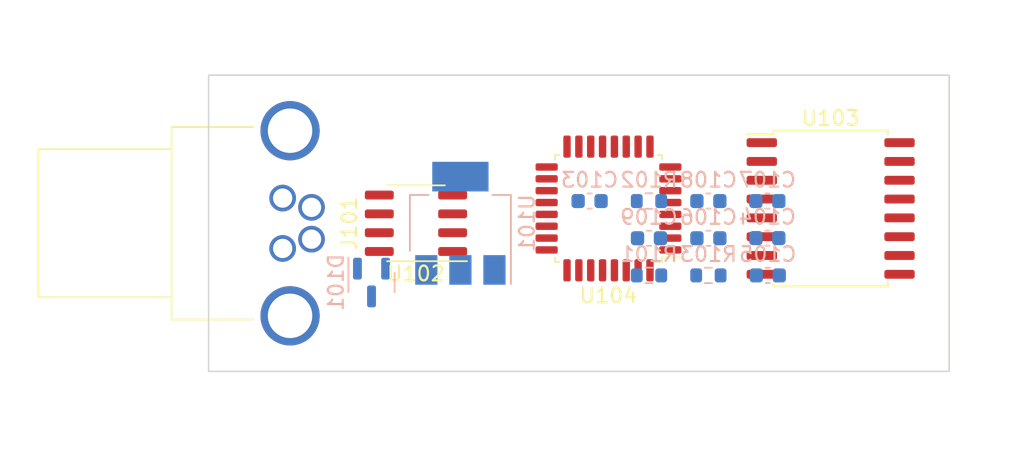
<source format=kicad_pcb>
(kicad_pcb (version 20221018) (generator pcbnew)
  (layers (0 "F.Cu" signal) (31 "B.Cu" signal) (34 "B.Paste" user) (35 "F.Paste" user) (36 "B.SilkS" user "B.Silkscreen") (37 "F.SilkS" user "F.Silkscreen") (38 "B.Mask" user) (39 "F.Mask" user) (44 "Edge.Cuts" user))
  (net 0 "")
  (net 1 "Net-(D101-Pad1)")
  (net 2 "+12V")
  (net 3 "CAN_H")
  (net 4 "GND")
  (net 5 "CAN_L")
  (net 6 "+3V3")
  (net 7 "NRST")
  (net 8 "+5V")
  (net 9 "SCL")
  (net 10 "SDA")
  (net 11 "CAN_Tx")
  (net 12 "CAN_Rx")
  (net 19 "SWDIO")
  (net 24 "SWCLK")
  (footprint "Package_QFP:LQFP-32_7x7mm_P0.8mm" (layer "F.Cu") (at 127 69 180)
    (fp_text reference "U104" (at 0 -5.88) (layer "F.SilkS"))
    (fp_text value "STM32F042K6Tx")
    (fp_line (start -3.61 -3.61) (end -3.61 -3.31) (stroke (width 0.12)) (layer "F.SilkS"))
    (fp_line (start -3.61 -3.31) (end -4.925 -3.31) (stroke (width 0.12)) (layer "F.SilkS"))
    (fp_line (start -3.61 3.61) (end -3.61 3.31) (stroke (width 0.12)) (layer "F.SilkS"))
    (fp_line (start -3.31 -3.61) (end -3.61 -3.61) (stroke (width 0.12)) (layer "F.SilkS"))
    (fp_line (start -3.31 3.61) (end -3.61 3.61) (stroke (width 0.12)) (layer "F.SilkS"))
    (fp_line (start 3.31 -3.61) (end 3.61 -3.61) (stroke (width 0.12)) (layer "F.SilkS"))
    (fp_line (start 3.31 3.61) (end 3.61 3.61) (stroke (width 0.12)) (layer "F.SilkS"))
    (fp_line (start 3.61 -3.61) (end 3.61 -3.31) (stroke (width 0.12)) (layer "F.SilkS"))
    (fp_line (start 3.61 3.61) (end 3.61 3.31) (stroke (width 0.12)) (layer "F.SilkS"))
    (pad "1" smd roundrect (at -4.175 -2.8 180) (size 1.5 0.5) (layers "F.Cu" "F.Paste" "F.Mask") (net 6 "+3V3"))
    (pad "2" smd roundrect (at -4.175 -2 180) (size 1.5 0.5) (layers "F.Cu" "F.Paste" "F.Mask") (net 10 "SDA"))
    (pad "3" smd roundrect (at -4.175 -1.2 180) (size 1.5 0.5) (layers "F.Cu" "F.Paste" "F.Mask") (net 9 "SCL"))
    (pad "4" smd roundrect (at -4.175 -0.4 180) (size 1.5 0.5) (layers "F.Cu" "F.Paste" "F.Mask") (net 7 "NRST"))
    (pad "5" smd roundrect (at -4.175 0.4 180) (size 1.5 0.5) (layers "F.Cu" "F.Paste" "F.Mask") (net 6 "+3V3"))
    (pad "6" smd roundrect (at -4.175 1.2 180) (size 1.5 0.5) (layers "F.Cu" "F.Paste" "F.Mask"))
    (pad "7" smd roundrect (at -4.175 2 180) (size 1.5 0.5) (layers "F.Cu" "F.Paste" "F.Mask"))
    (pad "8" smd roundrect (at -4.175 2.8 180) (size 1.5 0.5) (layers "F.Cu" "F.Paste" "F.Mask"))
    (pad "9" smd roundrect (at -2.8 4.175 180) (size 0.5 1.5) (layers "F.Cu" "F.Paste" "F.Mask"))
    (pad "10" smd roundrect (at -2 4.175 180) (size 0.5 1.5) (layers "F.Cu" "F.Paste" "F.Mask"))
    (pad "11" smd roundrect (at -1.2 4.175 180) (size 0.5 1.5) (layers "F.Cu" "F.Paste" "F.Mask"))
    (pad "12" smd roundrect (at -0.4 4.175 180) (size 0.5 1.5) (layers "F.Cu" "F.Paste" "F.Mask"))
    (pad "13" smd roundrect (at 0.4 4.175 180) (size 0.5 1.5) (layers "F.Cu" "F.Paste" "F.Mask"))
    (pad "14" smd roundrect (at 1.2 4.175 180) (size 0.5 1.5) (layers "F.Cu" "F.Paste" "F.Mask"))
    (pad "15" smd roundrect (at 2 4.175 180) (size 0.5 1.5) (layers "F.Cu" "F.Paste" "F.Mask"))
    (pad "16" smd roundrect (at 2.8 4.175 180) (size 0.5 1.5) (layers "F.Cu" "F.Paste" "F.Mask") (net 4 "GND"))
    (pad "17" smd roundrect (at 4.175 2.8 180) (size 1.5 0.5) (layers "F.Cu" "F.Paste" "F.Mask") (net 6 "+3V3"))
    (pad "18" smd roundrect (at 4.175 2 180) (size 1.5 0.5) (layers "F.Cu" "F.Paste" "F.Mask"))
    (pad "19" smd roundrect (at 4.175 1.2 180) (size 1.5 0.5) (layers "F.Cu" "F.Paste" "F.Mask"))
    (pad "20" smd roundrect (at 4.175 0.4 180) (size 1.5 0.5) (layers "F.Cu" "F.Paste" "F.Mask"))
    (pad "21" smd roundrect (at 4.175 -0.4 180) (size 1.5 0.5) (layers "F.Cu" "F.Paste" "F.Mask") (net 12 "CAN_Rx"))
    (pad "22" smd roundrect (at 4.175 -1.2 180) (size 1.5 0.5) (layers "F.Cu" "F.Paste" "F.Mask") (net 11 "CAN_Tx"))
    (pad "23" smd roundrect (at 4.175 -2 180) (size 1.5 0.5) (layers "F.Cu" "F.Paste" "F.Mask") (net 19 "SWDIO"))
    (pad "24" smd roundrect (at 4.175 -2.8 180) (size 1.5 0.5) (layers "F.Cu" "F.Paste" "F.Mask") (net 24 "SWCLK"))
    (pad "25" smd roundrect (at 2.8 -4.175 180) (size 0.5 1.5) (layers "F.Cu" "F.Paste" "F.Mask"))
    (pad "26" smd roundrect (at 2 -4.175 180) (size 0.5 1.5) (layers "F.Cu" "F.Paste" "F.Mask"))
    (pad "27" smd roundrect (at 1.2 -4.175 180) (size 0.5 1.5) (layers "F.Cu" "F.Paste" "F.Mask"))
    (pad "28" smd roundrect (at 0.4 -4.175 180) (size 0.5 1.5) (layers "F.Cu" "F.Paste" "F.Mask"))
    (pad "29" smd roundrect (at -0.4 -4.175 180) (size 0.5 1.5) (layers "F.Cu" "F.Paste" "F.Mask"))
    (pad "30" smd roundrect (at -1.2 -4.175 180) (size 0.5 1.5) (layers "F.Cu" "F.Paste" "F.Mask"))
    (pad "31" smd roundrect (at -2 -4.175 180) (size 0.5 1.5) (layers "F.Cu" "F.Paste" "F.Mask"))
    (pad "32" smd roundrect (at -2.8 -4.175 180) (size 0.5 1.5) (layers "F.Cu" "F.Paste" "F.Mask") (net 4 "GND"))
  )
  (footprint "Package_SO:SOIC-8_3.9x4.9mm_P1.27mm" (layer "F.Cu") (at 114 70 180)
    (fp_text reference "U102" (at 0 -3.4) (layer "F.SilkS"))
    (fp_text value "TLE9351VSJ")
    (fp_line (start 0 -2.56) (end -3.45 -2.56) (stroke (width 0.12)) (layer "F.SilkS"))
    (fp_line (start 0 -2.56) (end 1.95 -2.56) (stroke (width 0.12)) (layer "F.SilkS"))
    (fp_line (start 0 2.56) (end -1.95 2.56) (stroke (width 0.12)) (layer "F.SilkS"))
    (fp_line (start 0 2.56) (end 1.95 2.56) (stroke (width 0.12)) (layer "F.SilkS"))
    (pad "1" smd roundrect (at -2.475 -1.905 180) (size 1.95 0.6) (layers "F.Cu" "F.Paste" "F.Mask") (net 11 "CAN_Tx"))
    (pad "2" smd roundrect (at -2.475 -0.635 180) (size 1.95 0.6) (layers "F.Cu" "F.Paste" "F.Mask") (net 4 "GND"))
    (pad "3" smd roundrect (at -2.475 0.635 180) (size 1.95 0.6) (layers "F.Cu" "F.Paste" "F.Mask") (net 8 "+5V"))
    (pad "4" smd roundrect (at -2.475 1.905 180) (size 1.95 0.6) (layers "F.Cu" "F.Paste" "F.Mask") (net 12 "CAN_Rx"))
    (pad "5" smd roundrect (at 2.475 1.905 180) (size 1.95 0.6) (layers "F.Cu" "F.Paste" "F.Mask") (net 6 "+3V3"))
    (pad "6" smd roundrect (at 2.475 0.635 180) (size 1.95 0.6) (layers "F.Cu" "F.Paste" "F.Mask") (net 5 "CAN_L"))
    (pad "7" smd roundrect (at 2.475 -0.635 180) (size 1.95 0.6) (layers "F.Cu" "F.Paste" "F.Mask") (net 3 "CAN_H"))
    (pad "8" smd roundrect (at 2.475 -1.905 180) (size 1.95 0.6) (layers "F.Cu" "F.Paste" "F.Mask") (net 4 "GND"))
  )
  (footprint "SSU_parts:SM7000_SOIC-16" (layer "F.Cu") (at 142 69)
    (fp_text reference "U103" (at 0 -6.1) (layer "F.SilkS"))
    (fp_text value "SM7331")
    (fp_line (start -3.86 -5.26) (end -3.86 -5.005) (stroke (width 0.12)) (layer "F.SilkS"))
    (fp_line (start -3.86 -5.005) (end -5.675 -5.005) (stroke (width 0.12)) (layer "F.SilkS"))
    (fp_line (start -3.86 5.26) (end -3.86 5.005) (stroke (width 0.12)) (layer "F.SilkS"))
    (fp_line (start 0 -5.26) (end -3.86 -5.26) (stroke (width 0.12)) (layer "F.SilkS"))
    (fp_line (start 0 -5.26) (end 3.86 -5.26) (stroke (width 0.12)) (layer "F.SilkS"))
    (fp_line (start 0 5.26) (end -3.86 5.26) (stroke (width 0.12)) (layer "F.SilkS"))
    (fp_line (start 0 5.26) (end 3.86 5.26) (stroke (width 0.12)) (layer "F.SilkS"))
    (fp_line (start 3.86 -5.26) (end 3.86 -5.005) (stroke (width 0.12)) (layer "F.SilkS"))
    (fp_line (start 3.86 5.26) (end 3.86 5.005) (stroke (width 0.12)) (layer "F.SilkS"))
    (pad "1" smd roundrect (at -4.65 -4.445) (size 2.05 0.6) (layers "F.Cu" "F.Paste" "F.Mask"))
    (pad "2" smd roundrect (at -4.65 -3.175) (size 2.05 0.6) (layers "F.Cu" "F.Paste" "F.Mask"))
    (pad "3" smd roundrect (at -4.65 -1.905) (size 2.05 0.6) (layers "F.Cu" "F.Paste" "F.Mask"))
    (pad "4" smd roundrect (at -4.65 -0.635) (size 2.05 0.6) (layers "F.Cu" "F.Paste" "F.Mask") (net 4 "GND"))
    (pad "5" smd roundrect (at -4.65 0.635) (size 2.05 0.6) (layers "F.Cu" "F.Paste" "F.Mask") (net 6 "+3V3"))
    (pad "6" smd roundrect (at -4.65 1.905) (size 2.05 0.6) (layers "F.Cu" "F.Paste" "F.Mask"))
    (pad "7" smd roundrect (at -4.65 3.175) (size 2.05 0.6) (layers "F.Cu" "F.Paste" "F.Mask"))
    (pad "8" smd roundrect (at -4.65 4.445) (size 2.05 0.6) (layers "F.Cu" "F.Paste" "F.Mask"))
    (pad "9" smd roundrect (at 4.65 4.445) (size 2.05 0.6) (layers "F.Cu" "F.Paste" "F.Mask"))
    (pad "10" smd roundrect (at 4.65 3.175) (size 2.05 0.6) (layers "F.Cu" "F.Paste" "F.Mask") (net 10 "SDA"))
    (pad "11" smd roundrect (at 4.65 1.905) (size 2.05 0.6) (layers "F.Cu" "F.Paste" "F.Mask") (net 9 "SCL"))
    (pad "12" smd roundrect (at 4.65 0.635) (size 2.05 0.6) (layers "F.Cu" "F.Paste" "F.Mask"))
    (pad "13" smd roundrect (at 4.65 -0.635) (size 2.05 0.6) (layers "F.Cu" "F.Paste" "F.Mask"))
    (pad "14" smd roundrect (at 4.65 -1.905) (size 2.05 0.6) (layers "F.Cu" "F.Paste" "F.Mask"))
    (pad "15" smd roundrect (at 4.65 -3.175) (size 2.05 0.6) (layers "F.Cu" "F.Paste" "F.Mask"))
    (pad "16" smd roundrect (at 4.65 -4.445) (size 2.05 0.6) (layers "F.Cu" "F.Paste" "F.Mask"))
  )
  (footprint "FaSTTUBe_connectors:M8_718_4pin_horizontal" (layer "F.Cu") (at 105 70 -90)
    (fp_text reference "J101" (at 0 -4.5 90) (layer "F.SilkS"))
    (fp_text value "M8_4pin_horizontal")
    (fp_line (start -6.5 7.5) (end -6.5 2) (stroke (width 0.12)) (layer "F.SilkS"))
    (fp_line (start -5 16.5) (end -5 7.5) (stroke (width 0.12)) (layer "F.SilkS"))
    (fp_line (start 5 7.5) (end 5 16.5) (stroke (width 0.12)) (layer "F.SilkS"))
    (fp_line (start 5 16.5) (end -5 16.5) (stroke (width 0.12)) (layer "F.SilkS"))
    (fp_line (start 6.5 2) (end 6.5 7.5) (stroke (width 0.12)) (layer "F.SilkS"))
    (fp_line (start 6.5 7.5) (end -6.5 7.5) (stroke (width 0.12)) (layer "F.SilkS"))
    (pad "1" thru_hole circle (at 1.7 0 270) (size 1.8 1.8) (drill 1.3) (layers "*.Cu" "*.Mask") (net 1 "Net-(D101-Pad1)"))
    (pad "2" thru_hole circle (at 1.075 -1.95 270) (size 1.8 1.8) (drill 1.3) (layers "*.Cu" "*.Mask") (net 3 "CAN_H"))
    (pad "3" thru_hole circle (at -1.7 0 270) (size 1.8 1.8) (drill 1.3) (layers "*.Cu" "*.Mask") (net 4 "GND"))
    (pad "4" thru_hole circle (at -1.075 -1.95 270) (size 1.8 1.8) (drill 1.3) (layers "*.Cu" "*.Mask") (net 5 "CAN_L"))
    (pad "5" thru_hole circle (at -6.25 -0.5 270) (size 4 4) (drill 3) (layers "*.Cu" "*.Mask") (net 4 "GND"))
    (pad "5" thru_hole circle (at 6.25 -0.5 270) (size 4 4) (drill 3) (layers "*.Cu" "*.Mask") (net 4 "GND"))
  )
  (footprint "Capacitor_SMD:C_0603_1608Metric" (layer "B.Cu") (at 133.745 71.01 180)
    (fp_text reference "C106" (at 0 1.43) (layer "B.SilkS") (effects (justify mirror)))
    (fp_text value "100nF")
    (fp_line (start -0.14058 -0.51) (end 0.14058 -0.51) (stroke (width 0.12)) (layer "B.SilkS"))
    (fp_line (start -0.14058 0.51) (end 0.14058 0.51) (stroke (width 0.12)) (layer "B.SilkS"))
    (pad "1" smd roundrect (at -0.775 0 180) (size 0.9 0.95) (layers "B.Cu" "B.Paste" "B.Mask") (net 6 "+3V3"))
    (pad "2" smd roundrect (at 0.775 0 180) (size 0.9 0.95) (layers "B.Cu" "B.Paste" "B.Mask") (net 4 "GND"))
  )
  (footprint "Package_TO_SOT_SMD:SOT-23" (layer "B.Cu") (at 111 74 -90)
    (fp_text reference "D101" (at 0 2.4 90) (layer "B.SilkS") (effects (justify mirror)))
    (fp_text value "BAT54S")
    (fp_line (start 0 -1.56) (end -0.65 -1.56) (stroke (width 0.12)) (layer "B.SilkS"))
    (fp_line (start 0 -1.56) (end 0.65 -1.56) (stroke (width 0.12)) (layer "B.SilkS"))
    (fp_line (start 0 1.56) (end -1.675 1.56) (stroke (width 0.12)) (layer "B.SilkS"))
    (fp_line (start 0 1.56) (end 0.65 1.56) (stroke (width 0.12)) (layer "B.SilkS"))
    (pad "1" smd roundrect (at -0.9375 0.95 270) (size 1.475 0.6) (layers "B.Cu" "B.Paste" "B.Mask") (net 1 "Net-(D101-Pad1)"))
    (pad "2" smd roundrect (at -0.9375 -0.95 270) (size 1.475 0.6) (layers "B.Cu" "B.Paste" "B.Mask") (net 2 "+12V"))
    (pad "3" smd roundrect (at 0.9375 0 270) (size 1.475 0.6) (layers "B.Cu" "B.Paste" "B.Mask") (net 2 "+12V"))
  )
  (footprint "Capacitor_SMD:C_0603_1608Metric" (layer "B.Cu") (at 137.725 68.5 180)
    (fp_text reference "C107" (at 0 1.43) (layer "B.SilkS") (effects (justify mirror)))
    (fp_text value "100nF")
    (fp_line (start -0.14058 -0.51) (end 0.14058 -0.51) (stroke (width 0.12)) (layer "B.SilkS"))
    (fp_line (start -0.14058 0.51) (end 0.14058 0.51) (stroke (width 0.12)) (layer "B.SilkS"))
    (pad "1" smd roundrect (at -0.775 0 180) (size 0.9 0.95) (layers "B.Cu" "B.Paste" "B.Mask") (net 6 "+3V3"))
    (pad "2" smd roundrect (at 0.775 0 180) (size 0.9 0.95) (layers "B.Cu" "B.Paste" "B.Mask") (net 4 "GND"))
  )
  (footprint "Capacitor_SMD:C_0603_1608Metric" (layer "B.Cu") (at 137.755 73.52 180)
    (fp_text reference "C105" (at 0 1.43) (layer "B.SilkS") (effects (justify mirror)))
    (fp_text value "100nF")
    (fp_line (start -0.14058 -0.51) (end 0.14058 -0.51) (stroke (width 0.12)) (layer "B.SilkS"))
    (fp_line (start -0.14058 0.51) (end 0.14058 0.51) (stroke (width 0.12)) (layer "B.SilkS"))
    (pad "1" smd roundrect (at -0.775 0 180) (size 0.9 0.95) (layers "B.Cu" "B.Paste" "B.Mask") (net 6 "+3V3"))
    (pad "2" smd roundrect (at 0.775 0 180) (size 0.9 0.95) (layers "B.Cu" "B.Paste" "B.Mask") (net 4 "GND"))
  )
  (footprint "Capacitor_SMD:C_0603_1608Metric" (layer "B.Cu") (at 129.735 71.01 180)
    (fp_text reference "C109" (at 0 1.43) (layer "B.SilkS") (effects (justify mirror)))
    (fp_text value "100nF")
    (fp_line (start -0.14058 -0.51) (end 0.14058 -0.51) (stroke (width 0.12)) (layer "B.SilkS"))
    (fp_line (start -0.14058 0.51) (end 0.14058 0.51) (stroke (width 0.12)) (layer "B.SilkS"))
    (pad "1" smd roundrect (at -0.775 0 180) (size 0.9 0.95) (layers "B.Cu" "B.Paste" "B.Mask") (net 8 "+5V"))
    (pad "2" smd roundrect (at 0.775 0 180) (size 0.9 0.95) (layers "B.Cu" "B.Paste" "B.Mask") (net 4 "GND"))
  )
  (footprint "Capacitor_SMD:C_0603_1608Metric" (layer "B.Cu") (at 137.725 71 180)
    (fp_text reference "C104" (at 0 1.43) (layer "B.SilkS") (effects (justify mirror)))
    (fp_text value "100nF")
    (fp_line (start -0.14058 -0.51) (end 0.14058 -0.51) (stroke (width 0.12)) (layer "B.SilkS"))
    (fp_line (start -0.14058 0.51) (end 0.14058 0.51) (stroke (width 0.12)) (layer "B.SilkS"))
    (pad "1" smd roundrect (at -0.775 0 180) (size 0.9 0.95) (layers "B.Cu" "B.Paste" "B.Mask") (net 6 "+3V3"))
    (pad "2" smd roundrect (at 0.775 0 180) (size 0.9 0.95) (layers "B.Cu" "B.Paste" "B.Mask") (net 4 "GND"))
  )
  (footprint "Resistor_SMD:R_0603_1608Metric" (layer "B.Cu") (at 133.745 73.52 180)
    (fp_text reference "R103" (at 0 1.43) (layer "B.SilkS") (effects (justify mirror)))
    (fp_text value "10k")
    (fp_line (start -0.237258 -0.5225) (end 0.237258 -0.5225) (stroke (width 0.12)) (layer "B.SilkS"))
    (fp_line (start -0.237258 0.5225) (end 0.237258 0.5225) (stroke (width 0.12)) (layer "B.SilkS"))
    (pad "1" smd roundrect (at -0.825 0 180) (size 0.8 0.95) (layers "B.Cu" "B.Paste" "B.Mask") (net 6 "+3V3"))
    (pad "2" smd roundrect (at 0.825 0 180) (size 0.8 0.95) (layers "B.Cu" "B.Paste" "B.Mask") (net 10 "SDA"))
  )
  (footprint "Package_TO_SOT_SMD:SOT-223-3_TabPin2" (layer "B.Cu") (at 117 70 90)
    (fp_text reference "U101" (at 0 4.5 90) (layer "B.SilkS") (effects (justify mirror)))
    (fp_text value "AP1117-33")
    (fp_line (start -4.1 3.41) (end 1.91 3.41) (stroke (width 0.12)) (layer "B.SilkS"))
    (fp_line (start -1.85 -3.41) (end 1.91 -3.41) (stroke (width 0.12)) (layer "B.SilkS"))
    (fp_line (start 1.91 -3.41) (end 1.91 -2.15) (stroke (width 0.12)) (layer "B.SilkS"))
    (fp_line (start 1.91 3.41) (end 1.91 2.15) (stroke (width 0.12)) (layer "B.SilkS"))
    (pad "1" smd rect (at -3.15 2.3 90) (size 2 1.5) (layers "B.Cu" "B.Paste" "B.Mask") (net 4 "GND"))
    (pad "2" smd rect (at -3.15 0 90) (size 2 1.5) (layers "B.Cu" "B.Paste" "B.Mask") (net 6 "+3V3"))
    (pad "2" smd rect (at 3.15 0 90) (size 2 3.8) (layers "B.Cu" "B.Paste" "B.Mask") (net 6 "+3V3"))
    (pad "3" smd rect (at -3.15 -2.3 90) (size 2 1.5) (layers "B.Cu" "B.Paste" "B.Mask") (net 2 "+12V"))
  )
  (footprint "Resistor_SMD:R_0603_1608Metric" (layer "B.Cu") (at 129.735 68.5 180)
    (fp_text reference "R102" (at 0 1.43) (layer "B.SilkS") (effects (justify mirror)))
    (fp_text value "10k")
    (fp_line (start -0.237258 -0.5225) (end 0.237258 -0.5225) (stroke (width 0.12)) (layer "B.SilkS"))
    (fp_line (start -0.237258 0.5225) (end 0.237258 0.5225) (stroke (width 0.12)) (layer "B.SilkS"))
    (pad "1" smd roundrect (at -0.825 0 180) (size 0.8 0.95) (layers "B.Cu" "B.Paste" "B.Mask") (net 6 "+3V3"))
    (pad "2" smd roundrect (at 0.825 0 180) (size 0.8 0.95) (layers "B.Cu" "B.Paste" "B.Mask") (net 9 "SCL"))
  )
  (footprint "Resistor_SMD:R_0603_1608Metric" (layer "B.Cu") (at 129.735 73.52 180)
    (fp_text reference "R101" (at 0 1.43) (layer "B.SilkS") (effects (justify mirror)))
    (fp_text value "120")
    (fp_line (start -0.237258 -0.5225) (end 0.237258 -0.5225) (stroke (width 0.12)) (layer "B.SilkS"))
    (fp_line (start -0.237258 0.5225) (end 0.237258 0.5225) (stroke (width 0.12)) (layer "B.SilkS"))
    (pad "1" smd roundrect (at -0.825 0 180) (size 0.8 0.95) (layers "B.Cu" "B.Paste" "B.Mask") (net 3 "CAN_H"))
    (pad "2" smd roundrect (at 0.825 0 180) (size 0.8 0.95) (layers "B.Cu" "B.Paste" "B.Mask") (net 5 "CAN_L"))
  )
  (footprint "Capacitor_SMD:C_0603_1608Metric" (layer "B.Cu") (at 125.725 68.5 180)
    (fp_text reference "C103" (at 0 1.43) (layer "B.SilkS") (effects (justify mirror)))
    (fp_text value "100nF")
    (fp_line (start -0.14058 -0.51) (end 0.14058 -0.51) (stroke (width 0.12)) (layer "B.SilkS"))
    (fp_line (start -0.14058 0.51) (end 0.14058 0.51) (stroke (width 0.12)) (layer "B.SilkS"))
    (pad "1" smd roundrect (at -0.775 0 180) (size 0.9 0.95) (layers "B.Cu" "B.Paste" "B.Mask") (net 7 "NRST"))
    (pad "2" smd roundrect (at 0.775 0 180) (size 0.9 0.95) (layers "B.Cu" "B.Paste" "B.Mask") (net 4 "GND"))
  )
  (footprint "Capacitor_SMD:C_0603_1608Metric" (layer "B.Cu") (at 133.745 68.5 180)
    (fp_text reference "C108" (at 0 1.43) (layer "B.SilkS") (effects (justify mirror)))
    (fp_text value "100nF")
    (fp_line (start -0.14058 -0.51) (end 0.14058 -0.51) (stroke (width 0.12)) (layer "B.SilkS"))
    (fp_line (start -0.14058 0.51) (end 0.14058 0.51) (stroke (width 0.12)) (layer "B.SilkS"))
    (pad "1" smd roundrect (at -0.775 0 180) (size 0.9 0.95) (layers "B.Cu" "B.Paste" "B.Mask") (net 6 "+3V3"))
    (pad "2" smd roundrect (at 0.775 0 180) (size 0.9 0.95) (layers "B.Cu" "B.Paste" "B.Mask") (net 4 "GND"))
  )
  (gr_rect (start 100 60) (end 150 80) (stroke (width 0.1)) (fill none) (layer "Edge.Cuts"))
)
</source>
